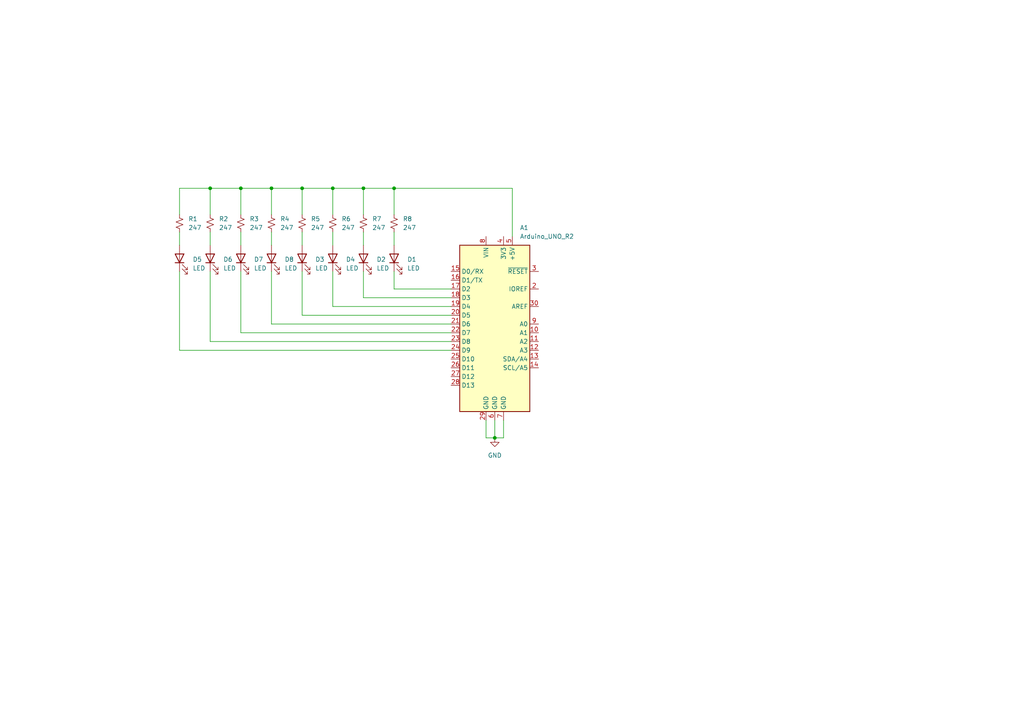
<source format=kicad_sch>
(kicad_sch (version 20230121) (generator eeschema)

  (uuid a3513cb3-51da-4b01-aeeb-6ab241df14ae)

  (paper "A4")

  (title_block
    (title "Arduino UNO shield")
    (date "2024-01-12")
    (rev "1")
  )

  (lib_symbols
    (symbol "Device:LED" (pin_numbers hide) (pin_names (offset 1.016) hide) (in_bom yes) (on_board yes)
      (property "Reference" "D" (at 0 2.54 0)
        (effects (font (size 1.27 1.27)))
      )
      (property "Value" "LED" (at 0 -2.54 0)
        (effects (font (size 1.27 1.27)))
      )
      (property "Footprint" "" (at 0 0 0)
        (effects (font (size 1.27 1.27)) hide)
      )
      (property "Datasheet" "~" (at 0 0 0)
        (effects (font (size 1.27 1.27)) hide)
      )
      (property "ki_keywords" "LED diode" (at 0 0 0)
        (effects (font (size 1.27 1.27)) hide)
      )
      (property "ki_description" "Light emitting diode" (at 0 0 0)
        (effects (font (size 1.27 1.27)) hide)
      )
      (property "ki_fp_filters" "LED* LED_SMD:* LED_THT:*" (at 0 0 0)
        (effects (font (size 1.27 1.27)) hide)
      )
      (symbol "LED_0_1"
        (polyline
          (pts
            (xy -1.27 -1.27)
            (xy -1.27 1.27)
          )
          (stroke (width 0.254) (type default))
          (fill (type none))
        )
        (polyline
          (pts
            (xy -1.27 0)
            (xy 1.27 0)
          )
          (stroke (width 0) (type default))
          (fill (type none))
        )
        (polyline
          (pts
            (xy 1.27 -1.27)
            (xy 1.27 1.27)
            (xy -1.27 0)
            (xy 1.27 -1.27)
          )
          (stroke (width 0.254) (type default))
          (fill (type none))
        )
        (polyline
          (pts
            (xy -3.048 -0.762)
            (xy -4.572 -2.286)
            (xy -3.81 -2.286)
            (xy -4.572 -2.286)
            (xy -4.572 -1.524)
          )
          (stroke (width 0) (type default))
          (fill (type none))
        )
        (polyline
          (pts
            (xy -1.778 -0.762)
            (xy -3.302 -2.286)
            (xy -2.54 -2.286)
            (xy -3.302 -2.286)
            (xy -3.302 -1.524)
          )
          (stroke (width 0) (type default))
          (fill (type none))
        )
      )
      (symbol "LED_1_1"
        (pin passive line (at -3.81 0 0) (length 2.54)
          (name "K" (effects (font (size 1.27 1.27))))
          (number "1" (effects (font (size 1.27 1.27))))
        )
        (pin passive line (at 3.81 0 180) (length 2.54)
          (name "A" (effects (font (size 1.27 1.27))))
          (number "2" (effects (font (size 1.27 1.27))))
        )
      )
    )
    (symbol "Device:R_Small_US" (pin_numbers hide) (pin_names (offset 0.254) hide) (in_bom yes) (on_board yes)
      (property "Reference" "R" (at 0.762 0.508 0)
        (effects (font (size 1.27 1.27)) (justify left))
      )
      (property "Value" "R_Small_US" (at 0.762 -1.016 0)
        (effects (font (size 1.27 1.27)) (justify left))
      )
      (property "Footprint" "" (at 0 0 0)
        (effects (font (size 1.27 1.27)) hide)
      )
      (property "Datasheet" "~" (at 0 0 0)
        (effects (font (size 1.27 1.27)) hide)
      )
      (property "ki_keywords" "r resistor" (at 0 0 0)
        (effects (font (size 1.27 1.27)) hide)
      )
      (property "ki_description" "Resistor, small US symbol" (at 0 0 0)
        (effects (font (size 1.27 1.27)) hide)
      )
      (property "ki_fp_filters" "R_*" (at 0 0 0)
        (effects (font (size 1.27 1.27)) hide)
      )
      (symbol "R_Small_US_1_1"
        (polyline
          (pts
            (xy 0 0)
            (xy 1.016 -0.381)
            (xy 0 -0.762)
            (xy -1.016 -1.143)
            (xy 0 -1.524)
          )
          (stroke (width 0) (type default))
          (fill (type none))
        )
        (polyline
          (pts
            (xy 0 1.524)
            (xy 1.016 1.143)
            (xy 0 0.762)
            (xy -1.016 0.381)
            (xy 0 0)
          )
          (stroke (width 0) (type default))
          (fill (type none))
        )
        (pin passive line (at 0 2.54 270) (length 1.016)
          (name "~" (effects (font (size 1.27 1.27))))
          (number "1" (effects (font (size 1.27 1.27))))
        )
        (pin passive line (at 0 -2.54 90) (length 1.016)
          (name "~" (effects (font (size 1.27 1.27))))
          (number "2" (effects (font (size 1.27 1.27))))
        )
      )
    )
    (symbol "MCU_Module:Arduino_UNO_R2" (in_bom yes) (on_board yes)
      (property "Reference" "A" (at -10.16 23.495 0)
        (effects (font (size 1.27 1.27)) (justify left bottom))
      )
      (property "Value" "Arduino_UNO_R2" (at 5.08 -26.67 0)
        (effects (font (size 1.27 1.27)) (justify left top))
      )
      (property "Footprint" "Module:Arduino_UNO_R2" (at 0 0 0)
        (effects (font (size 1.27 1.27) italic) hide)
      )
      (property "Datasheet" "https://www.arduino.cc/en/Main/arduinoBoardUno" (at 0 0 0)
        (effects (font (size 1.27 1.27)) hide)
      )
      (property "ki_keywords" "Arduino UNO R3 Microcontroller Module Atmel AVR USB" (at 0 0 0)
        (effects (font (size 1.27 1.27)) hide)
      )
      (property "ki_description" "Arduino UNO Microcontroller Module, release 2" (at 0 0 0)
        (effects (font (size 1.27 1.27)) hide)
      )
      (property "ki_fp_filters" "Arduino*UNO*R2*" (at 0 0 0)
        (effects (font (size 1.27 1.27)) hide)
      )
      (symbol "Arduino_UNO_R2_0_1"
        (rectangle (start -10.16 22.86) (end 10.16 -25.4)
          (stroke (width 0.254) (type default))
          (fill (type background))
        )
      )
      (symbol "Arduino_UNO_R2_1_1"
        (pin no_connect line (at -10.16 -20.32 0) (length 2.54) hide
          (name "NC" (effects (font (size 1.27 1.27))))
          (number "1" (effects (font (size 1.27 1.27))))
        )
        (pin bidirectional line (at 12.7 -2.54 180) (length 2.54)
          (name "A1" (effects (font (size 1.27 1.27))))
          (number "10" (effects (font (size 1.27 1.27))))
        )
        (pin bidirectional line (at 12.7 -5.08 180) (length 2.54)
          (name "A2" (effects (font (size 1.27 1.27))))
          (number "11" (effects (font (size 1.27 1.27))))
        )
        (pin bidirectional line (at 12.7 -7.62 180) (length 2.54)
          (name "A3" (effects (font (size 1.27 1.27))))
          (number "12" (effects (font (size 1.27 1.27))))
        )
        (pin bidirectional line (at 12.7 -10.16 180) (length 2.54)
          (name "SDA/A4" (effects (font (size 1.27 1.27))))
          (number "13" (effects (font (size 1.27 1.27))))
        )
        (pin bidirectional line (at 12.7 -12.7 180) (length 2.54)
          (name "SCL/A5" (effects (font (size 1.27 1.27))))
          (number "14" (effects (font (size 1.27 1.27))))
        )
        (pin bidirectional line (at -12.7 15.24 0) (length 2.54)
          (name "D0/RX" (effects (font (size 1.27 1.27))))
          (number "15" (effects (font (size 1.27 1.27))))
        )
        (pin bidirectional line (at -12.7 12.7 0) (length 2.54)
          (name "D1/TX" (effects (font (size 1.27 1.27))))
          (number "16" (effects (font (size 1.27 1.27))))
        )
        (pin bidirectional line (at -12.7 10.16 0) (length 2.54)
          (name "D2" (effects (font (size 1.27 1.27))))
          (number "17" (effects (font (size 1.27 1.27))))
        )
        (pin bidirectional line (at -12.7 7.62 0) (length 2.54)
          (name "D3" (effects (font (size 1.27 1.27))))
          (number "18" (effects (font (size 1.27 1.27))))
        )
        (pin bidirectional line (at -12.7 5.08 0) (length 2.54)
          (name "D4" (effects (font (size 1.27 1.27))))
          (number "19" (effects (font (size 1.27 1.27))))
        )
        (pin output line (at 12.7 10.16 180) (length 2.54)
          (name "IOREF" (effects (font (size 1.27 1.27))))
          (number "2" (effects (font (size 1.27 1.27))))
        )
        (pin bidirectional line (at -12.7 2.54 0) (length 2.54)
          (name "D5" (effects (font (size 1.27 1.27))))
          (number "20" (effects (font (size 1.27 1.27))))
        )
        (pin bidirectional line (at -12.7 0 0) (length 2.54)
          (name "D6" (effects (font (size 1.27 1.27))))
          (number "21" (effects (font (size 1.27 1.27))))
        )
        (pin bidirectional line (at -12.7 -2.54 0) (length 2.54)
          (name "D7" (effects (font (size 1.27 1.27))))
          (number "22" (effects (font (size 1.27 1.27))))
        )
        (pin bidirectional line (at -12.7 -5.08 0) (length 2.54)
          (name "D8" (effects (font (size 1.27 1.27))))
          (number "23" (effects (font (size 1.27 1.27))))
        )
        (pin bidirectional line (at -12.7 -7.62 0) (length 2.54)
          (name "D9" (effects (font (size 1.27 1.27))))
          (number "24" (effects (font (size 1.27 1.27))))
        )
        (pin bidirectional line (at -12.7 -10.16 0) (length 2.54)
          (name "D10" (effects (font (size 1.27 1.27))))
          (number "25" (effects (font (size 1.27 1.27))))
        )
        (pin bidirectional line (at -12.7 -12.7 0) (length 2.54)
          (name "D11" (effects (font (size 1.27 1.27))))
          (number "26" (effects (font (size 1.27 1.27))))
        )
        (pin bidirectional line (at -12.7 -15.24 0) (length 2.54)
          (name "D12" (effects (font (size 1.27 1.27))))
          (number "27" (effects (font (size 1.27 1.27))))
        )
        (pin bidirectional line (at -12.7 -17.78 0) (length 2.54)
          (name "D13" (effects (font (size 1.27 1.27))))
          (number "28" (effects (font (size 1.27 1.27))))
        )
        (pin power_in line (at -2.54 -27.94 90) (length 2.54)
          (name "GND" (effects (font (size 1.27 1.27))))
          (number "29" (effects (font (size 1.27 1.27))))
        )
        (pin input line (at 12.7 15.24 180) (length 2.54)
          (name "~{RESET}" (effects (font (size 1.27 1.27))))
          (number "3" (effects (font (size 1.27 1.27))))
        )
        (pin input line (at 12.7 5.08 180) (length 2.54)
          (name "AREF" (effects (font (size 1.27 1.27))))
          (number "30" (effects (font (size 1.27 1.27))))
        )
        (pin power_out line (at 2.54 25.4 270) (length 2.54)
          (name "3V3" (effects (font (size 1.27 1.27))))
          (number "4" (effects (font (size 1.27 1.27))))
        )
        (pin power_out line (at 5.08 25.4 270) (length 2.54)
          (name "+5V" (effects (font (size 1.27 1.27))))
          (number "5" (effects (font (size 1.27 1.27))))
        )
        (pin power_in line (at 0 -27.94 90) (length 2.54)
          (name "GND" (effects (font (size 1.27 1.27))))
          (number "6" (effects (font (size 1.27 1.27))))
        )
        (pin power_in line (at 2.54 -27.94 90) (length 2.54)
          (name "GND" (effects (font (size 1.27 1.27))))
          (number "7" (effects (font (size 1.27 1.27))))
        )
        (pin power_in line (at -2.54 25.4 270) (length 2.54)
          (name "VIN" (effects (font (size 1.27 1.27))))
          (number "8" (effects (font (size 1.27 1.27))))
        )
        (pin bidirectional line (at 12.7 0 180) (length 2.54)
          (name "A0" (effects (font (size 1.27 1.27))))
          (number "9" (effects (font (size 1.27 1.27))))
        )
      )
    )
    (symbol "power:GND" (power) (pin_names (offset 0)) (in_bom yes) (on_board yes)
      (property "Reference" "#PWR" (at 0 -6.35 0)
        (effects (font (size 1.27 1.27)) hide)
      )
      (property "Value" "GND" (at 0 -3.81 0)
        (effects (font (size 1.27 1.27)))
      )
      (property "Footprint" "" (at 0 0 0)
        (effects (font (size 1.27 1.27)) hide)
      )
      (property "Datasheet" "" (at 0 0 0)
        (effects (font (size 1.27 1.27)) hide)
      )
      (property "ki_keywords" "global power" (at 0 0 0)
        (effects (font (size 1.27 1.27)) hide)
      )
      (property "ki_description" "Power symbol creates a global label with name \"GND\" , ground" (at 0 0 0)
        (effects (font (size 1.27 1.27)) hide)
      )
      (symbol "GND_0_1"
        (polyline
          (pts
            (xy 0 0)
            (xy 0 -1.27)
            (xy 1.27 -1.27)
            (xy 0 -2.54)
            (xy -1.27 -1.27)
            (xy 0 -1.27)
          )
          (stroke (width 0) (type default))
          (fill (type none))
        )
      )
      (symbol "GND_1_1"
        (pin power_in line (at 0 0 270) (length 0) hide
          (name "GND" (effects (font (size 1.27 1.27))))
          (number "1" (effects (font (size 1.27 1.27))))
        )
      )
    )
  )

  (junction (at 60.96 54.61) (diameter 0) (color 0 0 0 0)
    (uuid 26c93d71-1125-4413-8e0f-bb353579a104)
  )
  (junction (at 69.85 54.61) (diameter 0) (color 0 0 0 0)
    (uuid 43346967-9091-497a-8e8f-813089fc01db)
  )
  (junction (at 87.63 54.61) (diameter 0) (color 0 0 0 0)
    (uuid 879fcc89-58b8-4e94-bd7f-0a36a71169a5)
  )
  (junction (at 78.74 54.61) (diameter 0) (color 0 0 0 0)
    (uuid 94096d44-db0c-49f4-8e12-addf3b457efd)
  )
  (junction (at 105.41 54.61) (diameter 0) (color 0 0 0 0)
    (uuid 98c8d0a5-e412-4930-abe0-fd9d89f90192)
  )
  (junction (at 143.51 127) (diameter 0) (color 0 0 0 0)
    (uuid 9cd5a215-ea97-4bab-8bb8-05755f61e27a)
  )
  (junction (at 114.3 54.61) (diameter 0) (color 0 0 0 0)
    (uuid a546d864-b35a-4bd8-8cfc-d0ef1e0f989a)
  )
  (junction (at 96.52 54.61) (diameter 0) (color 0 0 0 0)
    (uuid c291143a-6642-4cbb-80c5-558e237ff64a)
  )

  (wire (pts (xy 52.07 62.23) (xy 52.07 54.61))
    (stroke (width 0) (type default))
    (uuid 02cf5bd6-15a1-4f50-bb24-d74e96d9a222)
  )
  (wire (pts (xy 60.96 78.74) (xy 60.96 99.06))
    (stroke (width 0) (type default))
    (uuid 06319b5b-c969-4949-8ba6-3ac9aef3e7e5)
  )
  (wire (pts (xy 140.97 121.92) (xy 140.97 127))
    (stroke (width 0) (type default))
    (uuid 097034ab-b9a7-4501-9b59-67b6649f3869)
  )
  (wire (pts (xy 140.97 127) (xy 143.51 127))
    (stroke (width 0) (type default))
    (uuid 1313ee91-3ef6-4189-8cb8-bbaf0e85b691)
  )
  (wire (pts (xy 52.07 54.61) (xy 60.96 54.61))
    (stroke (width 0) (type default))
    (uuid 1a6fd319-b01e-4cc2-932b-a74fa973cdae)
  )
  (wire (pts (xy 114.3 83.82) (xy 130.81 83.82))
    (stroke (width 0) (type default))
    (uuid 29b86112-cb94-4bc8-a635-b47fd53003f4)
  )
  (wire (pts (xy 69.85 96.52) (xy 130.81 96.52))
    (stroke (width 0) (type default))
    (uuid 33a58614-69de-470c-84c7-aace2e675f32)
  )
  (wire (pts (xy 105.41 78.74) (xy 105.41 86.36))
    (stroke (width 0) (type default))
    (uuid 3d1f67f2-6391-47d3-baf3-04acb4b954ec)
  )
  (wire (pts (xy 114.3 78.74) (xy 114.3 83.82))
    (stroke (width 0) (type default))
    (uuid 3f548550-71d5-4683-9d77-d094c2e9b7da)
  )
  (wire (pts (xy 87.63 54.61) (xy 87.63 62.23))
    (stroke (width 0) (type default))
    (uuid 4b3b00f7-f5f4-41ab-a2df-ebf582c24c2c)
  )
  (wire (pts (xy 60.96 99.06) (xy 130.81 99.06))
    (stroke (width 0) (type default))
    (uuid 4befdaed-a079-4212-8e33-6459c85c25fa)
  )
  (wire (pts (xy 96.52 54.61) (xy 96.52 62.23))
    (stroke (width 0) (type default))
    (uuid 4c2a1f73-01af-41c7-88fd-d0c8ac82877e)
  )
  (wire (pts (xy 78.74 93.98) (xy 130.81 93.98))
    (stroke (width 0) (type default))
    (uuid 4c58fc06-6d3c-43d3-bc68-acf5775b09b4)
  )
  (wire (pts (xy 69.85 67.31) (xy 69.85 71.12))
    (stroke (width 0) (type default))
    (uuid 57f51570-7bdf-4314-8f47-3786cbd8f305)
  )
  (wire (pts (xy 60.96 67.31) (xy 60.96 71.12))
    (stroke (width 0) (type default))
    (uuid 5b6cc803-1a95-455d-9e34-a6938c786ca1)
  )
  (wire (pts (xy 143.51 121.92) (xy 143.51 127))
    (stroke (width 0) (type default))
    (uuid 5d3a6ddb-581d-4fe5-a826-5bae9b983081)
  )
  (wire (pts (xy 78.74 54.61) (xy 78.74 62.23))
    (stroke (width 0) (type default))
    (uuid 62583e2b-6ae6-4646-a6df-096d656d1674)
  )
  (wire (pts (xy 78.74 54.61) (xy 87.63 54.61))
    (stroke (width 0) (type default))
    (uuid 62e04785-73a8-4159-8bb2-1749051239d9)
  )
  (wire (pts (xy 114.3 67.31) (xy 114.3 71.12))
    (stroke (width 0) (type default))
    (uuid 63cc7d0c-b2d8-482c-9f7b-87c56b5ab5ec)
  )
  (wire (pts (xy 69.85 54.61) (xy 78.74 54.61))
    (stroke (width 0) (type default))
    (uuid 64086348-84f7-41a9-a318-d778207cb6c7)
  )
  (wire (pts (xy 114.3 54.61) (xy 148.59 54.61))
    (stroke (width 0) (type default))
    (uuid 66fc7990-0d35-4295-b419-47df4b0d1268)
  )
  (wire (pts (xy 52.07 67.31) (xy 52.07 71.12))
    (stroke (width 0) (type default))
    (uuid 6f1b16aa-3cf8-4fb2-a9cc-b0d06e6a8589)
  )
  (wire (pts (xy 52.07 101.6) (xy 130.81 101.6))
    (stroke (width 0) (type default))
    (uuid 72d4a6fc-a7d6-4f46-965a-8563ce07598f)
  )
  (wire (pts (xy 96.52 67.31) (xy 96.52 71.12))
    (stroke (width 0) (type default))
    (uuid 7b548732-6454-49db-9237-f47a100f4b9e)
  )
  (wire (pts (xy 96.52 54.61) (xy 105.41 54.61))
    (stroke (width 0) (type default))
    (uuid 7b6d4d96-cbac-4b91-a619-90eb44c9e53b)
  )
  (wire (pts (xy 52.07 78.74) (xy 52.07 101.6))
    (stroke (width 0) (type default))
    (uuid 919d08b9-9074-4714-a5f0-0004dc913670)
  )
  (wire (pts (xy 69.85 78.74) (xy 69.85 96.52))
    (stroke (width 0) (type default))
    (uuid 95400779-e10c-4427-a26f-033b179ec61a)
  )
  (wire (pts (xy 69.85 54.61) (xy 69.85 62.23))
    (stroke (width 0) (type default))
    (uuid 9f5082a7-ff71-46be-bd34-047213a96554)
  )
  (wire (pts (xy 87.63 67.31) (xy 87.63 71.12))
    (stroke (width 0) (type default))
    (uuid a52367e6-f9e6-41ff-bd70-722ee13768a6)
  )
  (wire (pts (xy 143.51 127) (xy 146.05 127))
    (stroke (width 0) (type default))
    (uuid a6d23570-5971-47a6-8595-2f4c574c02eb)
  )
  (wire (pts (xy 78.74 78.74) (xy 78.74 93.98))
    (stroke (width 0) (type default))
    (uuid b02fd6c8-4110-492b-b7b2-22b896a379a2)
  )
  (wire (pts (xy 87.63 54.61) (xy 96.52 54.61))
    (stroke (width 0) (type default))
    (uuid b7c59dbc-81a1-4edc-8616-afffa85af35c)
  )
  (wire (pts (xy 105.41 67.31) (xy 105.41 71.12))
    (stroke (width 0) (type default))
    (uuid b89b9c22-2074-40c6-9877-aaa5e20e47be)
  )
  (wire (pts (xy 148.59 54.61) (xy 148.59 68.58))
    (stroke (width 0) (type default))
    (uuid bdb183cd-7f24-410c-b833-3f4635adc1d3)
  )
  (wire (pts (xy 78.74 67.31) (xy 78.74 71.12))
    (stroke (width 0) (type default))
    (uuid bdf42f32-5f75-46b3-b8e3-23ce906c04a5)
  )
  (wire (pts (xy 96.52 78.74) (xy 96.52 88.9))
    (stroke (width 0) (type default))
    (uuid bf36cffe-19d1-4e9a-b003-c4ed1fa68cba)
  )
  (wire (pts (xy 105.41 54.61) (xy 114.3 54.61))
    (stroke (width 0) (type default))
    (uuid bfc6b90b-3885-4c87-a146-ffc11f1498e0)
  )
  (wire (pts (xy 146.05 121.92) (xy 146.05 127))
    (stroke (width 0) (type default))
    (uuid c0a82f28-585b-41ba-b121-1e0945cecb82)
  )
  (wire (pts (xy 87.63 78.74) (xy 87.63 91.44))
    (stroke (width 0) (type default))
    (uuid c80cebbe-43dc-4ae9-af1e-0dcc4dc68eb1)
  )
  (wire (pts (xy 60.96 54.61) (xy 60.96 62.23))
    (stroke (width 0) (type default))
    (uuid d318db3a-0db1-49ba-977f-a5c812fda0bc)
  )
  (wire (pts (xy 105.41 54.61) (xy 105.41 62.23))
    (stroke (width 0) (type default))
    (uuid d5617010-c88a-4d3f-8bef-3a87a4ede0e6)
  )
  (wire (pts (xy 87.63 91.44) (xy 130.81 91.44))
    (stroke (width 0) (type default))
    (uuid d8ae91f9-af82-48b9-995c-e2151ff47f48)
  )
  (wire (pts (xy 105.41 86.36) (xy 130.81 86.36))
    (stroke (width 0) (type default))
    (uuid e2e946ac-dbb0-4ebc-a985-2e5f9500e550)
  )
  (wire (pts (xy 60.96 54.61) (xy 69.85 54.61))
    (stroke (width 0) (type default))
    (uuid e99aee4d-f47f-4d9f-9eaa-201026c8388b)
  )
  (wire (pts (xy 96.52 88.9) (xy 130.81 88.9))
    (stroke (width 0) (type default))
    (uuid f7a395b2-9eb0-41fc-b5e3-b1491c5ef721)
  )
  (wire (pts (xy 114.3 54.61) (xy 114.3 62.23))
    (stroke (width 0) (type default))
    (uuid fea60975-1361-4b31-9fac-0a76dafe7d9f)
  )

  (symbol (lib_id "Device:LED") (at 60.96 74.93 90) (unit 1)
    (in_bom yes) (on_board yes) (dnp no) (fields_autoplaced)
    (uuid 0a774b7d-af94-4eb7-bb8d-6da9d09e8bd6)
    (property "Reference" "D6" (at 64.77 75.2475 90)
      (effects (font (size 1.27 1.27)) (justify right))
    )
    (property "Value" "LED" (at 64.77 77.7875 90)
      (effects (font (size 1.27 1.27)) (justify right))
    )
    (property "Footprint" "LED_SMD:LED_0805_2012Metric" (at 60.96 74.93 0)
      (effects (font (size 1.27 1.27)) hide)
    )
    (property "Datasheet" "~" (at 60.96 74.93 0)
      (effects (font (size 1.27 1.27)) hide)
    )
    (pin "2" (uuid f2295a0f-9307-4719-92e1-d097c6eb6e8f))
    (pin "1" (uuid 3bc9f1a4-705c-47ee-ad17-4a6ed93ee5c5))
    (instances
      (project "Exercise 1"
        (path "/a3513cb3-51da-4b01-aeeb-6ab241df14ae"
          (reference "D6") (unit 1)
        )
      )
    )
  )

  (symbol (lib_id "Device:R_Small_US") (at 96.52 64.77 0) (unit 1)
    (in_bom yes) (on_board yes) (dnp no) (fields_autoplaced)
    (uuid 185a2c9b-70ce-440c-ade0-24f54f5562ff)
    (property "Reference" "R6" (at 99.06 63.5 0)
      (effects (font (size 1.27 1.27)) (justify left))
    )
    (property "Value" "247" (at 99.06 66.04 0)
      (effects (font (size 1.27 1.27)) (justify left))
    )
    (property "Footprint" "Resistor_SMD:R_0603_1608Metric" (at 96.52 64.77 0)
      (effects (font (size 1.27 1.27)) hide)
    )
    (property "Datasheet" "~" (at 96.52 64.77 0)
      (effects (font (size 1.27 1.27)) hide)
    )
    (pin "2" (uuid 775b7a83-4197-49af-9896-0cea8c1e990a))
    (pin "1" (uuid 6dadad7b-b503-45ac-a7a4-7423600fd05e))
    (instances
      (project "Exercise 1"
        (path "/a3513cb3-51da-4b01-aeeb-6ab241df14ae"
          (reference "R6") (unit 1)
        )
      )
    )
  )

  (symbol (lib_id "Device:R_Small_US") (at 60.96 64.77 0) (unit 1)
    (in_bom yes) (on_board yes) (dnp no) (fields_autoplaced)
    (uuid 1ec2222e-dec6-4eee-baa0-60117f1626cf)
    (property "Reference" "R2" (at 63.5 63.5 0)
      (effects (font (size 1.27 1.27)) (justify left))
    )
    (property "Value" "247" (at 63.5 66.04 0)
      (effects (font (size 1.27 1.27)) (justify left))
    )
    (property "Footprint" "Resistor_SMD:R_0603_1608Metric" (at 60.96 64.77 0)
      (effects (font (size 1.27 1.27)) hide)
    )
    (property "Datasheet" "~" (at 60.96 64.77 0)
      (effects (font (size 1.27 1.27)) hide)
    )
    (pin "2" (uuid 42376892-a454-466a-87a6-0a0ee47a5170))
    (pin "1" (uuid 8f367996-3558-43aa-a3cc-aae8512277df))
    (instances
      (project "Exercise 1"
        (path "/a3513cb3-51da-4b01-aeeb-6ab241df14ae"
          (reference "R2") (unit 1)
        )
      )
    )
  )

  (symbol (lib_id "Device:R_Small_US") (at 69.85 64.77 0) (unit 1)
    (in_bom yes) (on_board yes) (dnp no) (fields_autoplaced)
    (uuid 31b6243d-fc95-4f43-b4ca-0943bbb62e34)
    (property "Reference" "R3" (at 72.39 63.5 0)
      (effects (font (size 1.27 1.27)) (justify left))
    )
    (property "Value" "247" (at 72.39 66.04 0)
      (effects (font (size 1.27 1.27)) (justify left))
    )
    (property "Footprint" "Resistor_SMD:R_0603_1608Metric" (at 69.85 64.77 0)
      (effects (font (size 1.27 1.27)) hide)
    )
    (property "Datasheet" "~" (at 69.85 64.77 0)
      (effects (font (size 1.27 1.27)) hide)
    )
    (pin "2" (uuid 8e9832f0-8037-477a-b6c7-dc109ee0dec3))
    (pin "1" (uuid 199c0e54-4260-4e65-b25b-d7cfa4068a05))
    (instances
      (project "Exercise 1"
        (path "/a3513cb3-51da-4b01-aeeb-6ab241df14ae"
          (reference "R3") (unit 1)
        )
      )
    )
  )

  (symbol (lib_id "Device:LED") (at 87.63 74.93 90) (unit 1)
    (in_bom yes) (on_board yes) (dnp no) (fields_autoplaced)
    (uuid 4db88cea-d537-400c-aea7-3db3d5909ec7)
    (property "Reference" "D3" (at 91.44 75.2475 90)
      (effects (font (size 1.27 1.27)) (justify right))
    )
    (property "Value" "LED" (at 91.44 77.7875 90)
      (effects (font (size 1.27 1.27)) (justify right))
    )
    (property "Footprint" "LED_SMD:LED_0805_2012Metric" (at 87.63 74.93 0)
      (effects (font (size 1.27 1.27)) hide)
    )
    (property "Datasheet" "~" (at 87.63 74.93 0)
      (effects (font (size 1.27 1.27)) hide)
    )
    (pin "2" (uuid 032d80d6-c15f-4602-a21c-ad7793048e67))
    (pin "1" (uuid 826bc210-4f7e-4a02-8e9a-481219c13f68))
    (instances
      (project "Exercise 1"
        (path "/a3513cb3-51da-4b01-aeeb-6ab241df14ae"
          (reference "D3") (unit 1)
        )
      )
    )
  )

  (symbol (lib_id "Device:R_Small_US") (at 105.41 64.77 0) (unit 1)
    (in_bom yes) (on_board yes) (dnp no) (fields_autoplaced)
    (uuid 5429cd95-cab0-4f5a-9e8e-5d4fcb94d242)
    (property "Reference" "R7" (at 107.95 63.5 0)
      (effects (font (size 1.27 1.27)) (justify left))
    )
    (property "Value" "247" (at 107.95 66.04 0)
      (effects (font (size 1.27 1.27)) (justify left))
    )
    (property "Footprint" "Resistor_SMD:R_0603_1608Metric" (at 105.41 64.77 0)
      (effects (font (size 1.27 1.27)) hide)
    )
    (property "Datasheet" "~" (at 105.41 64.77 0)
      (effects (font (size 1.27 1.27)) hide)
    )
    (pin "2" (uuid 04884631-a36b-4e2e-9e44-e9793f202d29))
    (pin "1" (uuid f69f873f-64a9-4e53-894b-2f67f1ad904e))
    (instances
      (project "Exercise 1"
        (path "/a3513cb3-51da-4b01-aeeb-6ab241df14ae"
          (reference "R7") (unit 1)
        )
      )
    )
  )

  (symbol (lib_id "power:GND") (at 143.51 127 0) (unit 1)
    (in_bom yes) (on_board yes) (dnp no) (fields_autoplaced)
    (uuid 5504546e-5918-4f76-8382-49effe436014)
    (property "Reference" "#PWR01" (at 143.51 133.35 0)
      (effects (font (size 1.27 1.27)) hide)
    )
    (property "Value" "GND" (at 143.51 132.08 0)
      (effects (font (size 1.27 1.27)))
    )
    (property "Footprint" "" (at 143.51 127 0)
      (effects (font (size 1.27 1.27)) hide)
    )
    (property "Datasheet" "" (at 143.51 127 0)
      (effects (font (size 1.27 1.27)) hide)
    )
    (pin "1" (uuid d270a81d-8fba-4932-a344-11ff634b2227))
    (instances
      (project "Exercise 1"
        (path "/a3513cb3-51da-4b01-aeeb-6ab241df14ae"
          (reference "#PWR01") (unit 1)
        )
      )
    )
  )

  (symbol (lib_id "Device:LED") (at 69.85 74.93 90) (unit 1)
    (in_bom yes) (on_board yes) (dnp no) (fields_autoplaced)
    (uuid 73d0c140-3f63-48f2-bbbe-8dae8f5e1bdc)
    (property "Reference" "D7" (at 73.66 75.2475 90)
      (effects (font (size 1.27 1.27)) (justify right))
    )
    (property "Value" "LED" (at 73.66 77.7875 90)
      (effects (font (size 1.27 1.27)) (justify right))
    )
    (property "Footprint" "LED_SMD:LED_0805_2012Metric" (at 69.85 74.93 0)
      (effects (font (size 1.27 1.27)) hide)
    )
    (property "Datasheet" "~" (at 69.85 74.93 0)
      (effects (font (size 1.27 1.27)) hide)
    )
    (pin "2" (uuid 4b97bade-85c5-4d0f-a55b-42ffd6fc4221))
    (pin "1" (uuid 0a7ac5b0-e5b9-451b-8885-473f43586d84))
    (instances
      (project "Exercise 1"
        (path "/a3513cb3-51da-4b01-aeeb-6ab241df14ae"
          (reference "D7") (unit 1)
        )
      )
    )
  )

  (symbol (lib_id "Device:LED") (at 52.07 74.93 90) (unit 1)
    (in_bom yes) (on_board yes) (dnp no) (fields_autoplaced)
    (uuid 76ec5419-e3a7-4e13-9b20-43da2bd7657c)
    (property "Reference" "D5" (at 55.88 75.2475 90)
      (effects (font (size 1.27 1.27)) (justify right))
    )
    (property "Value" "LED" (at 55.88 77.7875 90)
      (effects (font (size 1.27 1.27)) (justify right))
    )
    (property "Footprint" "LED_SMD:LED_0805_2012Metric" (at 52.07 74.93 0)
      (effects (font (size 1.27 1.27)) hide)
    )
    (property "Datasheet" "~" (at 52.07 74.93 0)
      (effects (font (size 1.27 1.27)) hide)
    )
    (pin "2" (uuid c6246336-72da-4f47-98a7-c49c84cfba62))
    (pin "1" (uuid e7d75485-247a-4abd-b26c-d07f6d8c9be7))
    (instances
      (project "Exercise 1"
        (path "/a3513cb3-51da-4b01-aeeb-6ab241df14ae"
          (reference "D5") (unit 1)
        )
      )
    )
  )

  (symbol (lib_id "MCU_Module:Arduino_UNO_R2") (at 143.51 93.98 0) (unit 1)
    (in_bom yes) (on_board yes) (dnp no) (fields_autoplaced)
    (uuid 7f06f8c3-c70d-4d31-99a7-909767e1a592)
    (property "Reference" "A1" (at 150.7841 66.04 0)
      (effects (font (size 1.27 1.27)) (justify left))
    )
    (property "Value" "Arduino_UNO_R2" (at 150.7841 68.58 0)
      (effects (font (size 1.27 1.27)) (justify left))
    )
    (property "Footprint" "Module:Arduino_UNO_R2" (at 143.51 93.98 0)
      (effects (font (size 1.27 1.27) italic) hide)
    )
    (property "Datasheet" "https://www.arduino.cc/en/Main/arduinoBoardUno" (at 143.51 93.98 0)
      (effects (font (size 1.27 1.27)) hide)
    )
    (pin "29" (uuid f14217b3-0bdb-415b-8f5b-8f83547ec2b6))
    (pin "18" (uuid 61f0771b-81c4-4570-9fa2-5ceaf5727a2a))
    (pin "13" (uuid d6da487d-eeec-4f7d-8a5e-35915fd6191b))
    (pin "5" (uuid e279c168-2987-48f4-98f8-afe77e5ce8db))
    (pin "15" (uuid 5314da88-6775-4ec7-865d-d0cfc505a81f))
    (pin "30" (uuid 6b16988e-487d-41f0-a9ca-14e63d5f70cf))
    (pin "4" (uuid cc3b4e9c-4b52-4838-bf2b-43c519d16182))
    (pin "3" (uuid cac41667-f3e2-4607-aa01-bbc854b8f5f1))
    (pin "14" (uuid d87b2e37-61f1-4555-8c6b-7988aca2e0ea))
    (pin "19" (uuid 9784032e-f5a1-4ee1-af56-3e09fc20c0ed))
    (pin "10" (uuid 97baaecd-f5e0-49e3-b3a0-7ecf490f1176))
    (pin "26" (uuid 0e43fc18-4a57-4c1a-81e3-af79f8f06390))
    (pin "9" (uuid c385fb46-67c2-4fef-b0ee-d9fb191168d6))
    (pin "20" (uuid 1b211d96-0f6a-4050-8eb5-dddf649803c7))
    (pin "2" (uuid e563cb6a-2786-4b09-9428-f172557930f2))
    (pin "24" (uuid 3e856310-6385-464f-a072-fb9d23c40965))
    (pin "23" (uuid 2e1389dd-aea4-4ae6-b153-5a68bf1cdd3d))
    (pin "6" (uuid acd6a4ce-0844-4ed2-872a-7d9dacc0d971))
    (pin "25" (uuid 24422dba-8213-4e39-a6cd-424cb35472be))
    (pin "1" (uuid 5629d203-2312-401e-b498-7dcdb78f0a88))
    (pin "22" (uuid fbe7c6c2-7ca3-48bc-87fc-b5780f4df360))
    (pin "27" (uuid 7c5180f2-e157-4f1c-9466-7c3da12060b1))
    (pin "28" (uuid 536403f9-80b3-4cdc-b2e4-8eae5b63df9e))
    (pin "16" (uuid b9be8659-ebb3-442c-ab97-db925c1c4316))
    (pin "17" (uuid ecd45772-7418-4dbe-b671-f2eb6a0c32d2))
    (pin "7" (uuid dc4b034e-288f-45b1-b053-8240d5a02040))
    (pin "8" (uuid 41a609fa-085a-4e11-8d98-ad1ae909f517))
    (pin "11" (uuid e1953868-bb22-4427-b5b7-5d3612d54d09))
    (pin "12" (uuid f85eb09f-8251-426d-9747-5e4bddaaa61b))
    (pin "21" (uuid 25c0b757-4407-40c7-b295-762bc0df153b))
    (instances
      (project "Exercise 1"
        (path "/a3513cb3-51da-4b01-aeeb-6ab241df14ae"
          (reference "A1") (unit 1)
        )
      )
    )
  )

  (symbol (lib_id "Device:R_Small_US") (at 78.74 64.77 0) (unit 1)
    (in_bom yes) (on_board yes) (dnp no) (fields_autoplaced)
    (uuid 84208149-775b-438e-9bf4-cc803872ad34)
    (property "Reference" "R4" (at 81.28 63.5 0)
      (effects (font (size 1.27 1.27)) (justify left))
    )
    (property "Value" "247" (at 81.28 66.04 0)
      (effects (font (size 1.27 1.27)) (justify left))
    )
    (property "Footprint" "Resistor_SMD:R_0603_1608Metric" (at 78.74 64.77 0)
      (effects (font (size 1.27 1.27)) hide)
    )
    (property "Datasheet" "~" (at 78.74 64.77 0)
      (effects (font (size 1.27 1.27)) hide)
    )
    (pin "2" (uuid 94ac6cb3-6876-477a-8ec9-ef128f184236))
    (pin "1" (uuid 5bd56c9a-9c0a-47ae-a0ba-e40380b29176))
    (instances
      (project "Exercise 1"
        (path "/a3513cb3-51da-4b01-aeeb-6ab241df14ae"
          (reference "R4") (unit 1)
        )
      )
    )
  )

  (symbol (lib_id "Device:R_Small_US") (at 52.07 64.77 0) (unit 1)
    (in_bom yes) (on_board yes) (dnp no) (fields_autoplaced)
    (uuid 8b4cebe5-7b63-45cc-ad05-8049e2088761)
    (property "Reference" "R1" (at 54.61 63.5 0)
      (effects (font (size 1.27 1.27)) (justify left))
    )
    (property "Value" "247" (at 54.61 66.04 0)
      (effects (font (size 1.27 1.27)) (justify left))
    )
    (property "Footprint" "Resistor_SMD:R_0603_1608Metric" (at 52.07 64.77 0)
      (effects (font (size 1.27 1.27)) hide)
    )
    (property "Datasheet" "~" (at 52.07 64.77 0)
      (effects (font (size 1.27 1.27)) hide)
    )
    (pin "2" (uuid 95a1542f-69ea-4006-89ef-cdf65f7c4caf))
    (pin "1" (uuid b429338b-8e71-4acf-bace-c13370260870))
    (instances
      (project "Exercise 1"
        (path "/a3513cb3-51da-4b01-aeeb-6ab241df14ae"
          (reference "R1") (unit 1)
        )
      )
    )
  )

  (symbol (lib_id "Device:R_Small_US") (at 87.63 64.77 0) (unit 1)
    (in_bom yes) (on_board yes) (dnp no) (fields_autoplaced)
    (uuid 8f7ad3ae-2738-4a9d-84af-49ed1f742b14)
    (property "Reference" "R5" (at 90.17 63.5 0)
      (effects (font (size 1.27 1.27)) (justify left))
    )
    (property "Value" "247" (at 90.17 66.04 0)
      (effects (font (size 1.27 1.27)) (justify left))
    )
    (property "Footprint" "Resistor_SMD:R_0603_1608Metric" (at 87.63 64.77 0)
      (effects (font (size 1.27 1.27)) hide)
    )
    (property "Datasheet" "~" (at 87.63 64.77 0)
      (effects (font (size 1.27 1.27)) hide)
    )
    (pin "2" (uuid 2cab9a6c-feb7-465e-8050-072ff6d34076))
    (pin "1" (uuid 1495a701-b713-44e3-9035-c959a6f6ab47))
    (instances
      (project "Exercise 1"
        (path "/a3513cb3-51da-4b01-aeeb-6ab241df14ae"
          (reference "R5") (unit 1)
        )
      )
    )
  )

  (symbol (lib_id "Device:LED") (at 105.41 74.93 90) (unit 1)
    (in_bom yes) (on_board yes) (dnp no) (fields_autoplaced)
    (uuid b88603e1-09c8-4548-b9b9-de96935ee159)
    (property "Reference" "D2" (at 109.22 75.2475 90)
      (effects (font (size 1.27 1.27)) (justify right))
    )
    (property "Value" "LED" (at 109.22 77.7875 90)
      (effects (font (size 1.27 1.27)) (justify right))
    )
    (property "Footprint" "LED_SMD:LED_0805_2012Metric" (at 105.41 74.93 0)
      (effects (font (size 1.27 1.27)) hide)
    )
    (property "Datasheet" "~" (at 105.41 74.93 0)
      (effects (font (size 1.27 1.27)) hide)
    )
    (pin "2" (uuid 2b1477d9-6fb5-445e-910f-e7e0c9fdcae0))
    (pin "1" (uuid 8228170b-94ec-4aec-a206-87a35369fe68))
    (instances
      (project "Exercise 1"
        (path "/a3513cb3-51da-4b01-aeeb-6ab241df14ae"
          (reference "D2") (unit 1)
        )
      )
    )
  )

  (symbol (lib_id "Device:LED") (at 96.52 74.93 90) (unit 1)
    (in_bom yes) (on_board yes) (dnp no) (fields_autoplaced)
    (uuid ba215f48-2026-4d96-8163-cb0718bec162)
    (property "Reference" "D4" (at 100.33 75.2475 90)
      (effects (font (size 1.27 1.27)) (justify right))
    )
    (property "Value" "LED" (at 100.33 77.7875 90)
      (effects (font (size 1.27 1.27)) (justify right))
    )
    (property "Footprint" "LED_SMD:LED_0805_2012Metric" (at 96.52 74.93 0)
      (effects (font (size 1.27 1.27)) hide)
    )
    (property "Datasheet" "~" (at 96.52 74.93 0)
      (effects (font (size 1.27 1.27)) hide)
    )
    (pin "2" (uuid 7a582c00-7b48-449a-9e19-a7d4698fa5ce))
    (pin "1" (uuid ccf95dae-2b99-42ae-a6e1-d0f4b04609e8))
    (instances
      (project "Exercise 1"
        (path "/a3513cb3-51da-4b01-aeeb-6ab241df14ae"
          (reference "D4") (unit 1)
        )
      )
    )
  )

  (symbol (lib_id "Device:R_Small_US") (at 114.3 64.77 0) (unit 1)
    (in_bom yes) (on_board yes) (dnp no) (fields_autoplaced)
    (uuid c1845ae2-6652-4242-a00b-bcefee58b574)
    (property "Reference" "R8" (at 116.84 63.5 0)
      (effects (font (size 1.27 1.27)) (justify left))
    )
    (property "Value" "247" (at 116.84 66.04 0)
      (effects (font (size 1.27 1.27)) (justify left))
    )
    (property "Footprint" "Resistor_SMD:R_0603_1608Metric" (at 114.3 64.77 0)
      (effects (font (size 1.27 1.27)) hide)
    )
    (property "Datasheet" "~" (at 114.3 64.77 0)
      (effects (font (size 1.27 1.27)) hide)
    )
    (pin "2" (uuid c7e65f33-06e9-4c88-9432-34a53e46d3ee))
    (pin "1" (uuid f0c33773-de27-4a48-8570-544403849e34))
    (instances
      (project "Exercise 1"
        (path "/a3513cb3-51da-4b01-aeeb-6ab241df14ae"
          (reference "R8") (unit 1)
        )
      )
    )
  )

  (symbol (lib_id "Device:LED") (at 78.74 74.93 90) (unit 1)
    (in_bom yes) (on_board yes) (dnp no) (fields_autoplaced)
    (uuid d8c20f89-fb94-4326-b203-32a3a44c7aff)
    (property "Reference" "D8" (at 82.55 75.2475 90)
      (effects (font (size 1.27 1.27)) (justify right))
    )
    (property "Value" "LED" (at 82.55 77.7875 90)
      (effects (font (size 1.27 1.27)) (justify right))
    )
    (property "Footprint" "LED_SMD:LED_0805_2012Metric" (at 78.74 74.93 0)
      (effects (font (size 1.27 1.27)) hide)
    )
    (property "Datasheet" "~" (at 78.74 74.93 0)
      (effects (font (size 1.27 1.27)) hide)
    )
    (pin "2" (uuid 00540827-3529-49bd-a5fc-b04aae06716e))
    (pin "1" (uuid c61b1e0f-2d46-4572-b576-542a959c7087))
    (instances
      (project "Exercise 1"
        (path "/a3513cb3-51da-4b01-aeeb-6ab241df14ae"
          (reference "D8") (unit 1)
        )
      )
    )
  )

  (symbol (lib_id "Device:LED") (at 114.3 74.93 90) (unit 1)
    (in_bom yes) (on_board yes) (dnp no) (fields_autoplaced)
    (uuid f26be899-f4e9-4b23-9ceb-2278200185df)
    (property "Reference" "D1" (at 118.11 75.2475 90)
      (effects (font (size 1.27 1.27)) (justify right))
    )
    (property "Value" "LED" (at 118.11 77.7875 90)
      (effects (font (size 1.27 1.27)) (justify right))
    )
    (property "Footprint" "LED_SMD:LED_0805_2012Metric" (at 114.3 74.93 0)
      (effects (font (size 1.27 1.27)) hide)
    )
    (property "Datasheet" "~" (at 114.3 74.93 0)
      (effects (font (size 1.27 1.27)) hide)
    )
    (pin "2" (uuid bc9fe03d-3706-4b03-b7b5-671f50070654))
    (pin "1" (uuid e030763b-f859-40b0-99a3-c62717717402))
    (instances
      (project "Exercise 1"
        (path "/a3513cb3-51da-4b01-aeeb-6ab241df14ae"
          (reference "D1") (unit 1)
        )
      )
    )
  )

  (sheet_instances
    (path "/" (page "1"))
  )
)

</source>
